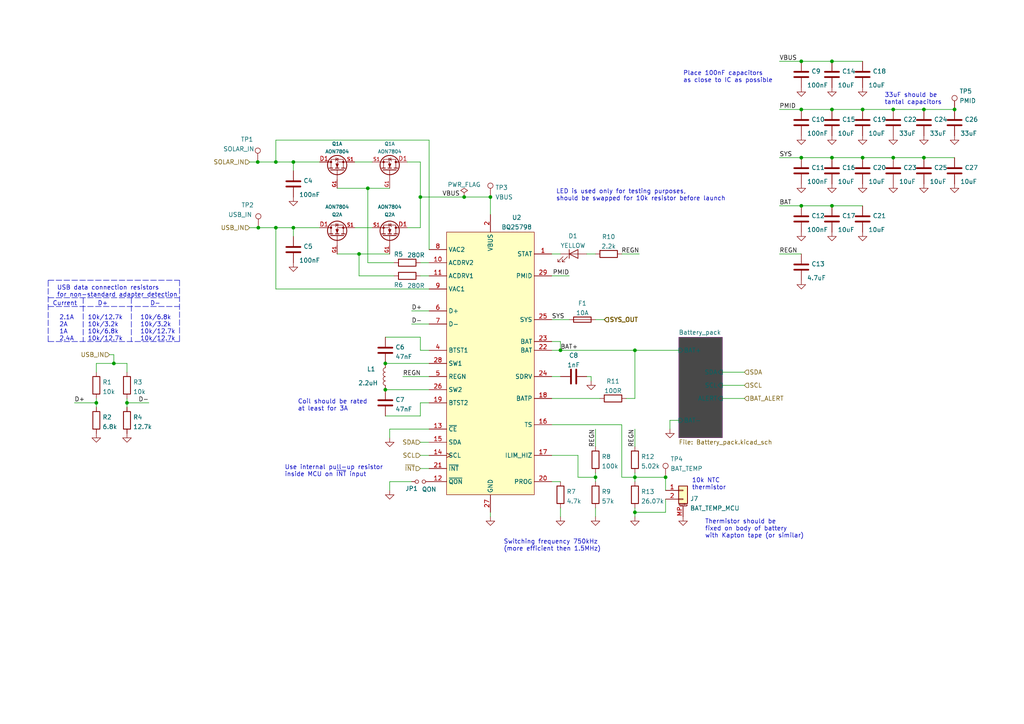
<source format=kicad_sch>
(kicad_sch (version 20210621) (generator eeschema)
  (paper "A4")
  (title_block (title "BUTCube - EPS") (date "2021-06-01") (rev "v1.0") (company "VUT - FIT(STRaDe) & FME(IAE & IPE)") (comment 1 "Author: Petr Malaník"))
  (lib_symbols
    (symbol "Connector:TestPoint" (pin_numbers hide) (pin_names (offset 0.762) hide)
      (property "Reference" "TP" (at 0 6.858 0))
      (property "Value" "TestPoint" (at 0 5.08 0))
      (symbol "TestPoint_0_1"
        (circle (center 0 3.302) (radius 0.762))
      )
      (symbol "TestPoint_1_1"
        (pin passive line (at 0 0 90) (length 2.54) (name "1") (number "1"))
      )
    )
    (symbol "Connector_Generic_MountingPin:Conn_01x02_MountingPin" (pin_names (offset 1.016) hide)
      (property "Reference" "J" (at 0 2.54 0))
      (property "Value" "Conn_01x02_MountingPin" (at 1.27 -5.08 0))
      (symbol "Conn_01x02_MountingPin_1_1"
        (text "Mounting" (at 0 -4.191 0) (effects (font (size 0.381 0.381))))
        (rectangle (start -1.27 -2.413) (end 0 -2.667) (stroke (width 0.1524)))
        (rectangle (start -1.27 0.127) (end 0 -0.127) (stroke (width 0.1524)))
        (rectangle (start -1.27 1.27) (end 1.27 -3.81) (stroke (width 0.254)) (fill (type background)))
        (polyline (pts (xy -1.016 -4.572) (xy 1.016 -4.572)) (stroke (width 0.1524)))
        (pin passive line (at -5.08 0 0) (length 3.81) (name "Pin_1") (number "1"))
        (pin passive line (at -5.08 -2.54 0) (length 3.81) (name "Pin_2") (number "2"))
        (pin passive line (at 0 -7.62 90) (length 3.048) (name "MountPin") (number "MP"))
      )
    )
    (symbol "Device:C" (pin_numbers hide) (pin_names (offset 0.254))
      (property "Reference" "C" (at 0.635 2.54 0))
      (property "Value" "C" (at 0.635 -2.54 0))
      (symbol "C_0_1"
        (polyline (pts (xy -2.032 -0.762) (xy 2.032 -0.762)) (stroke (width 0.508)))
        (polyline (pts (xy -2.032 0.762) (xy 2.032 0.762)) (stroke (width 0.508)))
      )
      (symbol "C_1_1"
        (pin passive line (at 0 3.81 270) (length 2.794) (name "~") (number "1"))
        (pin passive line (at 0 -3.81 90) (length 2.794) (name "~") (number "2"))
      )
    )
    (symbol "Device:Fuse" (pin_numbers hide) (pin_names (offset 0))
      (property "Reference" "F" (at 2.032 0 90))
      (property "Value" "Fuse" (at -1.905 0 90))
      (symbol "Fuse_0_1"
        (rectangle (start -0.762 -2.54) (end 0.762 2.54) (stroke (width 0.254)))
        (polyline (pts (xy 0 2.54) (xy 0 -2.54)))
      )
      (symbol "Fuse_1_1"
        (pin passive line (at 0 3.81 270) (length 1.27) (name "~") (number "1"))
        (pin passive line (at 0 -3.81 90) (length 1.27) (name "~") (number "2"))
      )
    )
    (symbol "Device:Jumper_NO_Small" (pin_numbers hide) (pin_names (offset 0.762) hide)
      (property "Reference" "JP" (at 0 2.032 0))
      (property "Value" "Jumper_NO_Small" (at 0.254 -1.524 0))
      (symbol "Jumper_NO_Small_0_1"
        (circle (center -1.016 0) (radius 0.508))
        (circle (center 1.016 0) (radius 0.508))
        (pin passive line (at -2.54 0 0) (length 1.016) (name "1") (number "1"))
        (pin passive line (at 2.54 0 180) (length 1.016) (name "2") (number "2"))
      )
    )
    (symbol "Device:L" (pin_numbers hide) (pin_names (offset 1.016) hide)
      (property "Reference" "L" (at -1.27 0 90))
      (property "Value" "L" (at 1.905 0 90))
      (symbol "L_0_1"
        (arc (start 0 -2.54) (end 0 -1.27) (radius (at 0 -1.905) (length 0.635) (angles -89.9 89.9)))
        (arc (start 0 -1.27) (end 0 0) (radius (at 0 -0.635) (length 0.635) (angles -89.9 89.9)))
        (arc (start 0 0) (end 0 1.27) (radius (at 0 0.635) (length 0.635) (angles -89.9 89.9)))
        (arc (start 0 1.27) (end 0 2.54) (radius (at 0 1.905) (length 0.635) (angles -89.9 89.9)))
      )
      (symbol "L_1_1"
        (pin passive line (at 0 3.81 270) (length 1.27) (name "1") (number "1"))
        (pin passive line (at 0 -3.81 90) (length 1.27) (name "2") (number "2"))
      )
    )
    (symbol "Device:LED" (pin_numbers hide) (pin_names (offset 1.016) hide)
      (property "Reference" "D" (at 0 2.54 0))
      (property "Value" "LED" (at 0 -2.54 0))
      (symbol "LED_0_1"
        (polyline (pts (xy -1.27 -1.27) (xy -1.27 1.27)) (stroke (width 0.2032)))
        (polyline (pts (xy -1.27 0) (xy 1.27 0)))
        (polyline (pts (xy 1.27 -1.27) (xy 1.27 1.27) (xy -1.27 0) (xy 1.27 -1.27)) (stroke (width 0.2032)))
        (polyline (pts (xy -3.048 -0.762) (xy -4.572 -2.286) (xy -3.81 -2.286) (xy -4.572 -2.286) (xy -4.572 -1.524)))
        (polyline (pts (xy -1.778 -0.762) (xy -3.302 -2.286) (xy -2.54 -2.286) (xy -3.302 -2.286) (xy -3.302 -1.524)))
      )
      (symbol "LED_1_1"
        (pin passive line (at -3.81 0 0) (length 2.54) (name "K") (number "1"))
        (pin passive line (at 3.81 0 180) (length 2.54) (name "A") (number "2"))
      )
    )
    (symbol "Device:R" (pin_numbers hide) (pin_names (offset 0))
      (property "Reference" "R" (at 2.032 0 90))
      (property "Value" "R" (at 0 0 90))
      (symbol "R_0_1"
        (rectangle (start -1.016 -2.54) (end 1.016 2.54) (stroke (width 0.254)))
      )
      (symbol "R_1_1"
        (pin passive line (at 0 3.81 270) (length 1.27) (name "~") (number "1"))
        (pin passive line (at 0 -3.81 90) (length 1.27) (name "~") (number "2"))
      )
    )
    (symbol "TCY_battery_management:BQ25798"
      (property "Reference" "U" (at 0 6.35 0))
      (property "Value" "BQ25798" (at 0 10.16 0))
      (symbol "BQ25798_0_1"
        (rectangle (start -12.7 38.1) (end 12.7 -38.1) (stroke (width 0.1524)) (fill (type background)))
      )
      (symbol "BQ25798_1_1"
        (pin output line (at 17.78 31.75 180) (length 5.08) (name "STAT") (number "1"))
        (pin output line (at -17.78 29.21 0) (length 5.08) (name "ACDRV2") (number "10"))
        (pin output line (at -17.78 25.4 0) (length 5.08) (name "ACDRV1") (number "11"))
        (pin input line (at -17.78 -34.29 0) (length 5.08) (name "~{QON}") (number "12"))
        (pin input line (at -17.78 -19.05 0) (length 5.08) (name "~{CE}") (number "13"))
        (pin input clock (at -17.78 -26.67 0) (length 5.08) (name "SCL") (number "14"))
        (pin bidirectional line (at -17.78 -22.86 0) (length 5.08) (name "SDA") (number "15"))
        (pin input line (at 17.78 -17.78 180) (length 5.08) (name "TS") (number "16"))
        (pin input line (at 17.78 -26.67 180) (length 5.08) (name "ILIM_HIZ") (number "17"))
        (pin input line (at 17.78 -10.16 180) (length 5.08) (name "BATP") (number "18"))
        (pin passive line (at -17.78 -11.43 0) (length 5.08) (name "BTST2") (number "19"))
        (pin power_in line (at 0 43.18 270) (length 5.08) (name "VBUS") (number "2"))
        (pin input line (at 17.78 -34.29 180) (length 5.08) (name "PROG") (number "20"))
        (pin output line (at -17.78 -30.48 0) (length 5.08) (name "~{INT}") (number "21"))
        (pin power_in line (at 17.78 3.81 180) (length 5.08) (name "BAT") (number "22"))
        (pin power_in line (at 17.78 6.35 180) (length 5.08) (name "BAT") (number "23"))
        (pin output line (at 17.78 -3.81 180) (length 5.08) (name "SDRV") (number "24"))
        (pin power_out line (at 17.78 12.7 180) (length 5.08) (name "SYS") (number "25"))
        (pin passive line (at -17.78 -7.62 0) (length 5.08) (name "SW2") (number "26"))
        (pin passive line (at 0 -43.18 90) (length 5.08) (name "GND") (number "27"))
        (pin passive line (at -17.78 0 0) (length 5.08) (name "SW1") (number "28"))
        (pin power_out line (at 17.78 25.4 180) (length 5.08) (name "PMID") (number "29"))
        (pin power_in line (at 0 43.18 270) (length 5.08) hide (name "VBUS") (number "3"))
        (pin passive line (at -17.78 3.81 0) (length 5.08) (name "BTST1") (number "4"))
        (pin passive line (at -17.78 -3.81 0) (length 5.08) (name "REGN") (number "5"))
        (pin bidirectional line (at -17.78 15.24 0) (length 5.08) (name "D+") (number "6"))
        (pin bidirectional line (at -17.78 11.43 0) (length 5.08) (name "D-") (number "7"))
        (pin power_in line (at -17.78 33.02 0) (length 5.08) (name "VAC2") (number "8"))
        (pin power_in line (at -17.78 21.59 0) (length 5.08) (name "VAC1") (number "9"))
      )
    )
    (symbol "TCY_transistors:AON7804" (pin_names hide)
      (property "Reference" "Q" (at 7.62 1.27 0))
      (property "Value" "AON7804" (at 7.62 -1.27 0))
      (symbol "AON7804_0_1"
        (circle (center 1.651 0) (radius 2.794) (stroke (width 0.254)))
        (circle (center 2.54 -1.778) (radius 0.254) (fill (type outline)))
        (circle (center 2.54 1.778) (radius 0.254) (fill (type outline)))
        (polyline (pts (xy 0.254 0) (xy -2.54 0)))
        (polyline (pts (xy 0.254 1.905) (xy 0.254 -1.905)) (stroke (width 0.254)))
        (polyline (pts (xy 0.762 -1.27) (xy 0.762 -2.286)) (stroke (width 0.254)))
        (polyline (pts (xy 0.762 0.508) (xy 0.762 -0.508)) (stroke (width 0.254)))
        (polyline (pts (xy 0.762 2.286) (xy 0.762 1.27)) (stroke (width 0.254)))
        (polyline (pts (xy 2.54 2.54) (xy 2.54 1.778)))
        (polyline (pts (xy 2.54 2.54) (xy 2.54 1.778)))
        (polyline (pts (xy 2.54 -2.54) (xy 2.54 0) (xy 0.762 0)))
        (polyline (pts (xy 0.762 -1.778) (xy 3.302 -1.778) (xy 3.302 1.778) (xy 0.762 1.778)))
        (polyline (pts (xy 2.794 0.508) (xy 2.921 0.381) (xy 3.683 0.381) (xy 3.81 0.254)))
        (polyline (pts (xy 3.302 0.381) (xy 2.921 -0.254) (xy 3.683 -0.254) (xy 3.302 0.381)))
        (polyline (pts (xy 1.016 0) (xy 2.032 0.381) (xy 2.032 -0.381) (xy 1.016 0)) (fill (type outline)))
      )
      (symbol "AON7804_1_1"
        (pin passive line (at 2.54 5.08 270) (length 2.54) (name "D2") (number "D1"))
        (pin passive line (at 2.54 5.08 270) (length 2.54) hide (name "D2") (number "D1"))
        (pin passive line (at -5.08 0 0) (length 2.54) (name "G1") (number "G1"))
        (pin passive line (at 2.54 -5.08 90) (length 2.54) (name "S") (number "S1"))
      )
      (symbol "AON7804_2_1"
        (pin passive line (at 2.54 5.08 270) (length 2.54) (name "D2") (number "D2"))
        (pin passive line (at 2.54 5.08 270) (length 2.54) hide (name "D2") (number "D2"))
        (pin passive line (at -5.08 0 0) (length 2.54) (name "G2") (number "G2"))
        (pin passive line (at 2.54 -5.08 90) (length 2.54) (name "S2") (number "S2"))
      )
    )
    (symbol "power:GND" (power) (pin_names (offset 0))
      (property "Value" "GND" (at 0 -3.81 0))
      (symbol "GND_0_1"
        (polyline (pts (xy 0 0) (xy 0 -1.27) (xy 1.27 -1.27) (xy 0 -2.54) (xy -1.27 -1.27) (xy 0 -1.27)))
      )
      (symbol "GND_1_1"
        (pin power_in line (at 0 0 270) (length 0) hide (name "GND") (number "1"))
      )
    )
    (symbol "power:PWR_FLAG" (power) (pin_numbers hide) (pin_names (offset 0) hide)
      (property "Value" "PWR_FLAG" (at 0 3.81 0))
      (symbol "PWR_FLAG_0_0"
        (pin power_out line (at 0 0 90) (length 0) (name "pwr") (number "1"))
      )
      (symbol "PWR_FLAG_0_1"
        (polyline (pts (xy 0 0) (xy 0 1.27) (xy -1.016 1.905) (xy 0 2.54) (xy 1.016 1.905) (xy 0 1.27)))
      )
    )
  )
  (junction (at 27.94 116.84) (diameter 0.9144))
  (junction (at 33.02 105.41) (diameter 0.9144))
  (junction (at 36.83 116.84) (diameter 0.9144))
  (junction (at 74.7583 46.99) (diameter 0.9144))
  (junction (at 74.93 66.04) (diameter 0.9144))
  (junction (at 80.01 46.99) (diameter 0.9144))
  (junction (at 80.01 66.04) (diameter 0.9144))
  (junction (at 85.09 46.99) (diameter 0.9144))
  (junction (at 85.09 66.04) (diameter 0.9144))
  (junction (at 104.14 73.66) (diameter 0.9144))
  (junction (at 106.68 54.61) (diameter 0.9144))
  (junction (at 111.76 105.41) (diameter 0.9144))
  (junction (at 111.76 113.03) (diameter 0.9144))
  (junction (at 121.92 57.15) (diameter 0.9144))
  (junction (at 134.62 57.15) (diameter 0.9144))
  (junction (at 142.24 57.15) (diameter 0.9144))
  (junction (at 162.56 101.6) (diameter 0.9144))
  (junction (at 172.72 138.43) (diameter 0.9144))
  (junction (at 184.15 101.6) (diameter 0.9144))
  (junction (at 184.15 138.43) (diameter 0.9144))
  (junction (at 184.15 148.59) (diameter 0.9144))
  (junction (at 193.04 138.43) (diameter 0.9144))
  (junction (at 232.41 17.78) (diameter 0.9144))
  (junction (at 232.41 31.75) (diameter 0.9144))
  (junction (at 232.41 45.72) (diameter 0.9144))
  (junction (at 232.41 59.69) (diameter 0.9144))
  (junction (at 241.3 17.78) (diameter 0.9144))
  (junction (at 241.3 31.75) (diameter 0.9144))
  (junction (at 241.3 45.72) (diameter 0.9144))
  (junction (at 241.3 59.69) (diameter 0.9144))
  (junction (at 250.19 31.75) (diameter 0.9144))
  (junction (at 250.19 45.72) (diameter 0.9144))
  (junction (at 259.08 31.75) (diameter 0.9144))
  (junction (at 259.08 45.72) (diameter 0.9144))
  (junction (at 267.97 31.75) (diameter 0.9144))
  (junction (at 267.97 45.72) (diameter 0.9144))
  (junction (at 276.86 31.75) (diameter 0.9144))
  (wire (pts (xy 21.59 116.84) (xy 27.94 116.84)))
  (wire (pts (xy 27.94 105.41) (xy 27.94 107.95)))
  (wire (pts (xy 27.94 115.57) (xy 27.94 116.84)))
  (wire (pts (xy 27.94 116.84) (xy 27.94 118.11)))
  (wire (pts (xy 31.75 102.87) (xy 33.02 102.87)))
  (wire (pts (xy 33.02 102.87) (xy 33.02 105.41)))
  (wire (pts (xy 33.02 105.41) (xy 27.94 105.41)))
  (wire (pts (xy 33.02 105.41) (xy 36.83 105.41)))
  (wire (pts (xy 36.83 105.41) (xy 36.83 107.95)))
  (wire (pts (xy 36.83 115.57) (xy 36.83 116.84)))
  (wire (pts (xy 36.83 116.84) (xy 36.83 118.11)))
  (wire (pts (xy 36.83 116.84) (xy 43.18 116.84)))
  (wire (pts (xy 72.39 46.99) (xy 74.7583 46.99)))
  (wire (pts (xy 72.39 66.04) (xy 74.93 66.04)))
  (wire (pts (xy 74.7583 46.99) (xy 80.01 46.99)))
  (wire (pts (xy 74.93 66.04) (xy 80.01 66.04)))
  (wire (pts (xy 80.01 40.64) (xy 80.01 46.99)))
  (wire (pts (xy 80.01 40.64) (xy 124.46 40.64)))
  (wire (pts (xy 80.01 46.99) (xy 85.09 46.99)))
  (wire (pts (xy 80.01 66.04) (xy 80.01 83.82)))
  (wire (pts (xy 80.01 66.04) (xy 85.09 66.04)))
  (wire (pts (xy 85.09 46.99) (xy 85.09 49.53)))
  (wire (pts (xy 85.09 46.99) (xy 92.71 46.99)))
  (wire (pts (xy 85.09 66.04) (xy 85.09 68.58)))
  (wire (pts (xy 85.09 66.04) (xy 92.71 66.04)))
  (wire (pts (xy 97.79 54.61) (xy 106.68 54.61)))
  (wire (pts (xy 97.79 73.66) (xy 104.14 73.66)))
  (wire (pts (xy 102.87 46.99) (xy 107.95 46.99)))
  (wire (pts (xy 102.87 66.04) (xy 107.95 66.04)))
  (wire (pts (xy 104.14 73.66) (xy 104.14 80.01)))
  (wire (pts (xy 104.14 73.66) (xy 113.03 73.66)))
  (wire (pts (xy 104.14 80.01) (xy 114.3 80.01)))
  (wire (pts (xy 106.68 54.61) (xy 106.68 76.2)))
  (wire (pts (xy 106.68 54.61) (xy 113.03 54.61)))
  (wire (pts (xy 106.68 76.2) (xy 114.3 76.2)))
  (wire (pts (xy 111.76 97.79) (xy 121.92 97.79)))
  (wire (pts (xy 111.76 105.41) (xy 124.46 105.41)))
  (wire (pts (xy 111.76 113.03) (xy 124.46 113.03)))
  (wire (pts (xy 111.76 120.65) (xy 121.92 120.65)))
  (wire (pts (xy 113.03 124.46) (xy 113.03 127)))
  (wire (pts (xy 113.03 139.7) (xy 113.03 142.24)))
  (wire (pts (xy 116.84 109.22) (xy 124.46 109.22)))
  (wire (pts (xy 118.11 46.99) (xy 121.92 46.99)))
  (wire (pts (xy 118.11 66.04) (xy 121.92 66.04)))
  (wire (pts (xy 119.38 90.17) (xy 124.46 90.17)))
  (wire (pts (xy 119.38 93.98) (xy 124.46 93.98)))
  (wire (pts (xy 119.38 139.7) (xy 113.03 139.7)))
  (wire (pts (xy 121.92 46.99) (xy 121.92 57.15)))
  (wire (pts (xy 121.92 57.15) (xy 134.62 57.15)))
  (wire (pts (xy 121.92 66.04) (xy 121.92 57.15)))
  (wire (pts (xy 121.92 76.2) (xy 124.46 76.2)))
  (wire (pts (xy 121.92 80.01) (xy 124.46 80.01)))
  (wire (pts (xy 121.92 101.6) (xy 121.92 97.79)))
  (wire (pts (xy 121.92 116.84) (xy 121.92 120.65)))
  (wire (pts (xy 121.92 128.27) (xy 124.46 128.27)))
  (wire (pts (xy 121.92 132.08) (xy 124.46 132.08)))
  (wire (pts (xy 121.92 135.89) (xy 124.46 135.89)))
  (wire (pts (xy 124.46 40.64) (xy 124.46 72.39)))
  (wire (pts (xy 124.46 83.82) (xy 80.01 83.82)))
  (wire (pts (xy 124.46 101.6) (xy 121.92 101.6)))
  (wire (pts (xy 124.46 116.84) (xy 121.92 116.84)))
  (wire (pts (xy 124.46 124.46) (xy 113.03 124.46)))
  (wire (pts (xy 134.62 57.15) (xy 142.24 57.15)))
  (wire (pts (xy 142.24 57.15) (xy 142.24 62.23)))
  (wire (pts (xy 142.24 148.59) (xy 142.24 149.86)))
  (wire (pts (xy 160.02 73.66) (xy 162.56 73.66)))
  (wire (pts (xy 160.02 80.01) (xy 165.1 80.01)))
  (wire (pts (xy 160.02 92.71) (xy 165.1 92.71)))
  (wire (pts (xy 160.02 99.06) (xy 162.56 99.06)))
  (wire (pts (xy 160.02 101.6) (xy 162.56 101.6)))
  (wire (pts (xy 160.02 109.22) (xy 162.56 109.22)))
  (wire (pts (xy 160.02 115.57) (xy 173.99 115.57)))
  (wire (pts (xy 160.02 123.19) (xy 180.34 123.19)))
  (wire (pts (xy 160.02 139.7) (xy 162.56 139.7)))
  (wire (pts (xy 162.56 99.06) (xy 162.56 101.6)))
  (wire (pts (xy 162.56 101.6) (xy 184.15 101.6)))
  (wire (pts (xy 162.56 147.32) (xy 162.56 149.86)))
  (wire (pts (xy 167.64 132.08) (xy 160.02 132.08)))
  (wire (pts (xy 167.64 138.43) (xy 167.64 132.08)))
  (wire (pts (xy 167.64 138.43) (xy 172.72 138.43)))
  (wire (pts (xy 170.18 73.66) (xy 172.72 73.66)))
  (wire (pts (xy 170.18 109.22) (xy 171.45 109.22)))
  (wire (pts (xy 171.45 109.22) (xy 171.45 110.49)))
  (wire (pts (xy 172.72 92.71) (xy 175.26 92.71)))
  (wire (pts (xy 172.72 124.46) (xy 172.72 129.54)))
  (wire (pts (xy 172.72 137.16) (xy 172.72 138.43)))
  (wire (pts (xy 172.72 138.43) (xy 172.72 139.7)))
  (wire (pts (xy 172.72 147.32) (xy 172.72 149.86)))
  (wire (pts (xy 180.34 73.66) (xy 185.42 73.66)))
  (wire (pts (xy 180.34 138.43) (xy 180.34 123.19)))
  (wire (pts (xy 181.61 115.57) (xy 184.15 115.57)))
  (wire (pts (xy 184.15 101.6) (xy 196.85 101.6)))
  (wire (pts (xy 184.15 115.57) (xy 184.15 101.6)))
  (wire (pts (xy 184.15 124.46) (xy 184.15 129.54)))
  (wire (pts (xy 184.15 137.16) (xy 184.15 138.43)))
  (wire (pts (xy 184.15 138.43) (xy 180.34 138.43)))
  (wire (pts (xy 184.15 138.43) (xy 184.15 139.7)))
  (wire (pts (xy 184.15 138.43) (xy 193.04 138.43)))
  (wire (pts (xy 184.15 147.32) (xy 184.15 148.59)))
  (wire (pts (xy 184.15 148.59) (xy 184.15 149.86)))
  (wire (pts (xy 184.15 148.59) (xy 193.04 148.59)))
  (wire (pts (xy 193.04 142.24) (xy 193.04 138.43)))
  (wire (pts (xy 193.04 144.78) (xy 193.04 148.59)))
  (wire (pts (xy 194.31 121.92) (xy 194.31 124.46)))
  (wire (pts (xy 196.85 121.92) (xy 194.31 121.92)))
  (wire (pts (xy 209.55 107.95) (xy 215.9 107.95)))
  (wire (pts (xy 209.55 111.76) (xy 215.9 111.76)))
  (wire (pts (xy 209.55 115.57) (xy 215.9 115.57)))
  (wire (pts (xy 226.06 17.78) (xy 232.41 17.78)))
  (wire (pts (xy 226.06 31.75) (xy 232.41 31.75)))
  (wire (pts (xy 226.06 45.72) (xy 232.41 45.72)))
  (wire (pts (xy 226.06 59.69) (xy 232.41 59.69)))
  (wire (pts (xy 226.06 73.66) (xy 232.41 73.66)))
  (wire (pts (xy 232.41 17.78) (xy 241.3 17.78)))
  (wire (pts (xy 232.41 31.75) (xy 241.3 31.75)))
  (wire (pts (xy 232.41 45.72) (xy 241.3 45.72)))
  (wire (pts (xy 232.41 59.69) (xy 241.3 59.69)))
  (wire (pts (xy 241.3 17.78) (xy 250.19 17.78)))
  (wire (pts (xy 241.3 31.75) (xy 250.19 31.75)))
  (wire (pts (xy 241.3 45.72) (xy 250.19 45.72)))
  (wire (pts (xy 241.3 59.69) (xy 250.19 59.69)))
  (wire (pts (xy 250.19 31.75) (xy 259.08 31.75)))
  (wire (pts (xy 250.19 45.72) (xy 259.08 45.72)))
  (wire (pts (xy 259.08 31.75) (xy 267.97 31.75)))
  (wire (pts (xy 259.08 45.72) (xy 267.97 45.72)))
  (wire (pts (xy 267.97 31.75) (xy 276.86 31.75)))
  (wire (pts (xy 267.97 45.72) (xy 276.86 45.72)))
  (polyline (pts (xy 13.97 81.28) (xy 52.07 81.28)) (stroke (width 0) (type dash)))
  (polyline (pts (xy 13.97 86.36) (xy 52.07 86.36)) (stroke (width 0) (type dash)))
  (polyline (pts (xy 13.97 88.9) (xy 52.07 88.9)) (stroke (width 0) (type dash)))
  (polyline (pts (xy 13.97 99.06) (xy 13.97 81.28)) (stroke (width 0) (type dash)))
  (polyline (pts (xy 13.97 99.06) (xy 52.07 99.06)) (stroke (width 0) (type dash)))
  (polyline (pts (xy 24.13 86.36) (xy 24.13 99.06)) (stroke (width 0) (type dash)))
  (polyline (pts (xy 38.1 86.36) (xy 38.1 99.06)) (stroke (width 0) (type dash)))
  (polyline (pts (xy 52.07 81.28) (xy 52.07 99.06)) (stroke (width 0) (type dash)))
  (text "Current\n\n  2.1A\n  2A\n  1A\n  2.4A" (at 15.24 99.06 0) (effects (font (size 1.27 1.27)) (justify left bottom)))
  (text "USB data connection resistors\nfor non-standard adapter detection" (at 16.51 86.36 0) (effects (font (size 1.27 1.27)) (justify left bottom)))
  (text "   D+\n\n10k/12.7k\n10k/3.2k\n10k/6.8k\n10k/12.7k" (at 25.4 99.06 0) (effects (font (size 1.27 1.27)) (justify left bottom)))
  (text "   D-\n\n10k/6.8k\n10k/3.2k\n10k/12.7k\n10k/12.7k" (at 40.64 99.06 0) (effects (font (size 1.27 1.27)) (justify left bottom)))
  (text "Use internal pull-up resistor\ninside MCU on ~{INT} input" (at 82.55 138.43 0) (effects (font (size 1.27 1.27)) (justify left bottom)))
  (text "Coil should be rated\nat least for 3A" (at 86.36 119.38 0) (effects (font (size 1.27 1.27)) (justify left bottom)))
  (text "Switching frequency 750kHz\n(more efficient then 1.5MHz)" (at 146.05 160.02 0) (effects (font (size 1.27 1.27)) (justify left bottom)))
  (text "LED is used only for testing purposes,\nshould be swapped for 10k resistor before launch" (at 161.29 58.42 0) (effects (font (size 1.27 1.27)) (justify left bottom)))
  (text "Place 100nF capacitors\nas close to IC as possible" (at 198.12 24.13 0) (effects (font (size 1.27 1.27)) (justify left bottom)))
  (text "10k NTC\nthermistor" (at 200.66 142.24 0) (effects (font (size 1.27 1.27)) (justify left bottom)))
  (text "Thermistor should be\nfixed on body of battery\nwith Kapton tape (or similar)" (at 204.47 156.21 0) (effects (font (size 1.27 1.27)) (justify left bottom)))
  (text "33uF should be\ntantal capacitors" (at 256.54 30.48 0) (effects (font (size 1.27 1.27)) (justify left bottom)))
  (label "D+" (at 21.59 116.84 0))
  (label "D-" (at 43.18 116.84 180))
  (label "REGN" (at 116.84 109.22 0))
  (label "D+" (at 119.38 90.17 0))
  (label "D-" (at 119.38 93.98 0))
  (label "VBUS" (at 128.27 57.15 0))
  (label "SYS" (at 160.02 92.71 0))
  (label "BAT+" (at 162.56 101.6 0))
  (label "PMID" (at 165.1 80.01 180))
  (label "REGN" (at 172.72 124.46 270))
  (label "REGN" (at 184.15 124.46 270))
  (label "REGN" (at 185.42 73.66 180))
  (label "VBUS" (at 226.06 17.78 0))
  (label "PMID" (at 226.06 31.75 0))
  (label "SYS" (at 226.06 45.72 0))
  (label "BAT" (at 226.06 59.69 0))
  (label "REGN" (at 226.06 73.66 0))
  (hierarchical_label "USB_IN" (shape input) (at 31.75 102.87 180))
  (hierarchical_label "SOLAR_IN" (shape input) (at 72.39 46.99 180))
  (hierarchical_label "USB_IN" (shape input) (at 72.39 66.04 180))
  (hierarchical_label "SDA" (shape input) (at 121.92 128.27 180))
  (hierarchical_label "SCL" (shape input) (at 121.92 132.08 180))
  (hierarchical_label "~{INT}" (shape input) (at 121.92 135.89 180))
  (hierarchical_label "SYS_OUT" (shape input) (at 175.26 92.71 0) (effects (font (thickness 0.254))))
  (hierarchical_label "SDA" (shape input) (at 215.9 107.95 0))
  (hierarchical_label "SCL" (shape input) (at 215.9 111.76 0))
  (hierarchical_label "BAT_ALERT" (shape input) (at 215.9 115.57 0))
  (symbol (lib_id "power:PWR_FLAG") (at 134.62 57.15 0)
    (property "Reference" "#FLG02" (effects hide))
    (property "Value" "PWR_FLAG" (at 134.62 53.5454 0))
  )
  (symbol (lib_id "Device:Jumper_NO_Small") (at 121.92 139.7 0)
    (property "Reference" "JP1" (at 119.38 141.7024 0))
    (property "Value" "QON" (at 124.46 141.9375 0))
    (property "Footprint" "Jumper:SolderJumper-2_P1.3mm_Open_RoundedPad1.0x1.5mm" (effects hide))
  )
  (symbol (lib_id "Connector:TestPoint") (at 74.7583 46.99 0)
    (property "Reference" "TP1" (at 69.8054 40.43 0) (effects (justify left)))
    (property "Value" "SOLAR_IN" (at 64.7254 43.2051 0) (effects (justify left)))
    (property "Footprint" "TCY_connectors:TestPoint_Pad_D0.5mm" (effects hide))
  )
  (symbol (lib_id "Connector:TestPoint") (at 74.93 66.04 0)
    (property "Reference" "TP2" (at 69.9771 59.48 0) (effects (justify left)))
    (property "Value" "USB_IN" (at 66.1671 62.2551 0) (effects (justify left)))
    (property "Footprint" "TCY_connectors:TestPoint_Pad_D0.5mm" (effects hide))
  )
  (symbol (lib_id "Connector:TestPoint") (at 142.24 57.15 0)
    (property "Reference" "TP3" (at 143.6371 54.4 0) (effects (justify left)))
    (property "Value" "VBUS" (at 143.6371 57.1751 0) (effects (justify left)))
    (property "Footprint" "TCY_connectors:TestPoint_Pad_D0.5mm" (effects hide))
  )
  (symbol (lib_id "Connector:TestPoint") (at 193.04 138.43 0)
    (property "Reference" "TP4" (at 194.4371 133.14 0) (effects (justify left)))
    (property "Value" "BAT_TEMP" (at 194.4371 135.9151 0) (effects (justify left)))
    (property "Footprint" "TCY_connectors:TestPoint_Pad_D0.5mm" (effects hide))
  )
  (symbol (lib_id "Connector:TestPoint") (at 276.86 31.75 0)
    (property "Reference" "TP5" (at 278.2571 26.46 0) (effects (justify left)))
    (property "Value" "PMID" (at 278.2571 29.2351 0) (effects (justify left)))
    (property "Footprint" "TCY_connectors:TestPoint_Pad_D0.5mm" (effects hide))
  )
  (symbol (lib_id "power:GND") (at 27.94 125.73 0)
    (property "Reference" "#PWR021" (effects hide))
    (property "Value" "GND" (effects hide))
  )
  (symbol (lib_id "power:GND") (at 36.83 125.73 0)
    (property "Reference" "#PWR022" (effects hide))
    (property "Value" "GND" (effects hide))
  )
  (symbol (lib_id "power:GND") (at 85.09 57.15 0)
    (property "Reference" "#PWR023" (effects hide))
    (property "Value" "GND" (effects hide))
  )
  (symbol (lib_id "power:GND") (at 85.09 76.2 0)
    (property "Reference" "#PWR024" (effects hide))
    (property "Value" "GND" (effects hide))
  )
  (symbol (lib_id "power:GND") (at 113.03 127 0)
    (property "Reference" "#PWR025" (effects hide))
    (property "Value" "GND" (effects hide))
  )
  (symbol (lib_id "power:GND") (at 113.03 142.24 0)
    (property "Reference" "#PWR026" (effects hide))
    (property "Value" "GND" (effects hide))
  )
  (symbol (lib_id "power:GND") (at 142.24 149.86 0)
    (property "Reference" "#PWR027" (effects hide))
    (property "Value" "GND" (effects hide))
  )
  (symbol (lib_id "power:GND") (at 162.56 149.86 0)
    (property "Reference" "#PWR028" (effects hide))
    (property "Value" "GND" (effects hide))
  )
  (symbol (lib_id "power:GND") (at 171.45 110.49 0)
    (property "Reference" "#PWR029" (effects hide))
    (property "Value" "GND" (effects hide))
  )
  (symbol (lib_id "power:GND") (at 172.72 149.86 0)
    (property "Reference" "#PWR030" (effects hide))
    (property "Value" "GND" (effects hide))
  )
  (symbol (lib_id "power:GND") (at 184.15 149.86 0)
    (property "Reference" "#PWR031" (effects hide))
    (property "Value" "GND" (effects hide))
  )
  (symbol (lib_id "power:GND") (at 194.31 124.46 0)
    (property "Reference" "#PWR032" (effects hide))
    (property "Value" "GND" (effects hide))
  )
  (symbol (lib_id "power:GND") (at 198.12 149.86 0)
    (property "Reference" "#PWR033" (effects hide))
    (property "Value" "GND" (effects hide))
  )
  (symbol (lib_id "power:GND") (at 232.41 25.4 0)
    (property "Reference" "#PWR034" (effects hide))
    (property "Value" "GND" (effects hide))
  )
  (symbol (lib_id "power:GND") (at 232.41 39.37 0)
    (property "Reference" "#PWR035" (effects hide))
    (property "Value" "GND" (effects hide))
  )
  (symbol (lib_id "power:GND") (at 232.41 53.34 0)
    (property "Reference" "#PWR036" (effects hide))
    (property "Value" "GND" (effects hide))
  )
  (symbol (lib_id "power:GND") (at 232.41 67.31 0)
    (property "Reference" "#PWR037" (effects hide))
    (property "Value" "GND" (effects hide))
  )
  (symbol (lib_id "power:GND") (at 232.41 81.28 0)
    (property "Reference" "#PWR038" (effects hide))
    (property "Value" "GND" (effects hide))
  )
  (symbol (lib_id "power:GND") (at 241.3 25.4 0)
    (property "Reference" "#PWR039" (effects hide))
    (property "Value" "GND" (effects hide))
  )
  (symbol (lib_id "power:GND") (at 241.3 39.37 0)
    (property "Reference" "#PWR040" (effects hide))
    (property "Value" "GND" (effects hide))
  )
  (symbol (lib_id "power:GND") (at 241.3 53.34 0)
    (property "Reference" "#PWR041" (effects hide))
    (property "Value" "GND" (effects hide))
  )
  (symbol (lib_id "power:GND") (at 241.3 67.31 0)
    (property "Reference" "#PWR042" (effects hide))
    (property "Value" "GND" (effects hide))
  )
  (symbol (lib_id "power:GND") (at 250.19 25.4 0)
    (property "Reference" "#PWR043" (effects hide))
    (property "Value" "GND" (effects hide))
  )
  (symbol (lib_id "power:GND") (at 250.19 39.37 0)
    (property "Reference" "#PWR044" (effects hide))
    (property "Value" "GND" (effects hide))
  )
  (symbol (lib_id "power:GND") (at 250.19 53.34 0)
    (property "Reference" "#PWR045" (effects hide))
    (property "Value" "GND" (effects hide))
  )
  (symbol (lib_id "power:GND") (at 250.19 67.31 0)
    (property "Reference" "#PWR046" (effects hide))
    (property "Value" "GND" (effects hide))
  )
  (symbol (lib_id "power:GND") (at 259.08 39.37 0)
    (property "Reference" "#PWR047" (effects hide))
    (property "Value" "GND" (effects hide))
  )
  (symbol (lib_id "power:GND") (at 259.08 53.34 0)
    (property "Reference" "#PWR048" (effects hide))
    (property "Value" "GND" (effects hide))
  )
  (symbol (lib_id "power:GND") (at 267.97 39.37 0)
    (property "Reference" "#PWR049" (effects hide))
    (property "Value" "GND" (effects hide))
  )
  (symbol (lib_id "power:GND") (at 267.97 53.34 0)
    (property "Reference" "#PWR050" (effects hide))
    (property "Value" "GND" (effects hide))
  )
  (symbol (lib_id "power:GND") (at 276.86 39.37 0)
    (property "Reference" "#PWR051" (effects hide))
    (property "Value" "GND" (effects hide))
  )
  (symbol (lib_id "power:GND") (at 276.86 53.34 0)
    (property "Reference" "#PWR052" (effects hide))
    (property "Value" "GND" (effects hide))
  )
  (symbol (lib_id "Device:L") (at 111.76 109.22 180)
    (property "Reference" "L1" (at 106.4261 107.0415 0) (effects (justify right)))
    (property "Value" "2.2uH" (at 103.8861 111.0866 0) (effects (justify right)))
    (property "Footprint" "Inductor_SMD:L_Taiyo-Yuden_MD-5050" (effects hide))
  )
  (symbol (lib_id "Device:Fuse") (at 168.91 92.71 90)
    (property "Reference" "F1" (at 168.91 87.9814 90))
    (property "Value" "10A" (at 168.91 90.7565 90))
    (property "Footprint" "Fuse:Fuse_1206_3216Metric" (effects hide))
  )
  (symbol (lib_id "Device:R") (at 27.94 111.76 0)
    (property "Reference" "R1" (at 29.7181 110.8515 0) (effects (justify left)))
    (property "Value" "10k" (at 29.7181 113.6266 0) (effects (justify left)))
    (property "Footprint" "Resistor_SMD:R_0603_1608Metric" (effects hide))
  )
  (symbol (lib_id "Device:R") (at 27.94 121.92 0)
    (property "Reference" "R2" (at 29.7181 121.0115 0) (effects (justify left)))
    (property "Value" "6.8k" (at 29.7181 123.7866 0) (effects (justify left)))
    (property "Footprint" "Resistor_SMD:R_0603_1608Metric" (effects hide))
  )
  (symbol (lib_id "Device:R") (at 36.83 111.76 0)
    (property "Reference" "R3" (at 38.6081 110.8515 0) (effects (justify left)))
    (property "Value" "10k" (at 38.6081 113.6266 0) (effects (justify left)))
    (property "Footprint" "Resistor_SMD:R_0603_1608Metric" (effects hide))
  )
  (symbol (lib_id "Device:R") (at 36.83 121.92 0)
    (property "Reference" "R4" (at 38.6081 121.0115 0) (effects (justify left)))
    (property "Value" "12.7k" (at 38.6081 123.7866 0) (effects (justify left)))
    (property "Footprint" "Resistor_SMD:R_0603_1608Metric" (effects hide))
  )
  (symbol (lib_id "Device:R") (at 118.11 76.2 90)
    (property "Reference" "R5" (at 115.57 73.7574 90))
    (property "Value" "280R" (at 120.65 73.9925 90))
    (property "Footprint" "Resistor_SMD:R_0603_1608Metric" (effects hide))
  )
  (symbol (lib_id "Device:R") (at 118.11 80.01 90)
    (property "Reference" "R6" (at 115.57 82.6474 90))
    (property "Value" "280R" (at 120.65 82.8825 90))
    (property "Footprint" "Resistor_SMD:R_0603_1608Metric" (effects hide))
  )
  (symbol (lib_id "Device:R") (at 162.56 143.51 0)
    (property "Reference" "R7" (at 164.3381 142.6015 0) (effects (justify left)))
    (property "Value" "4.7k" (at 164.3381 145.3766 0) (effects (justify left)))
    (property "Footprint" "Resistor_SMD:R_0603_1608Metric" (effects hide))
  )
  (symbol (lib_id "Device:R") (at 172.72 133.35 0)
    (property "Reference" "R8" (at 174.4981 132.4415 0) (effects (justify left)))
    (property "Value" "100k" (at 174.4981 135.2166 0) (effects (justify left)))
    (property "Footprint" "Resistor_SMD:R_0603_1608Metric" (effects hide))
  )
  (symbol (lib_id "Device:R") (at 172.72 143.51 0)
    (property "Reference" "R9" (at 174.4981 142.6015 0) (effects (justify left)))
    (property "Value" "57k" (at 174.4981 145.3766 0) (effects (justify left)))
    (property "Footprint" "Resistor_SMD:R_0603_1608Metric" (effects hide))
  )
  (symbol (lib_id "Device:R") (at 176.53 73.66 90)
    (property "Reference" "R10" (at 176.53 68.6774 90))
    (property "Value" "2.2k" (at 176.53 71.4525 90))
    (property "Footprint" "Resistor_SMD:R_0603_1608Metric" (effects hide))
  )
  (symbol (lib_id "Device:R") (at 177.8 115.57 90)
    (property "Reference" "R11" (at 177.8 110.5874 90))
    (property "Value" "100R" (at 177.8 113.3625 90))
    (property "Footprint" "Resistor_SMD:R_0603_1608Metric" (effects hide))
  )
  (symbol (lib_id "Device:R") (at 184.15 133.35 0)
    (property "Reference" "R12" (at 185.9281 132.4415 0) (effects (justify left)))
    (property "Value" "5.02k" (at 185.9281 135.2166 0) (effects (justify left)))
    (property "Footprint" "Resistor_SMD:R_0603_1608Metric" (effects hide))
  )
  (symbol (lib_id "Device:R") (at 184.15 143.51 0)
    (property "Reference" "R13" (at 185.9281 142.6015 0) (effects (justify left)))
    (property "Value" "26.07k" (at 185.9281 145.3766 0) (effects (justify left)))
    (property "Footprint" "Resistor_SMD:R_0603_1608Metric" (effects hide))
  )
  (symbol (lib_id "Device:LED") (at 166.37 73.66 0)
    (property "Reference" "D1" (at 166.1795 68.4488 0))
    (property "Value" "YELLOW" (at 166.1795 71.2239 0))
    (property "Footprint" "LED_SMD:LED_0603_1608Metric_Castellated" (effects hide))
  )
  (symbol (lib_id "Device:C") (at 85.09 53.34 0)
    (property "Reference" "C4" (at 88.0111 52.4315 0) (effects (justify left)))
    (property "Value" "100nF" (at 86.7411 56.4766 0) (effects (justify left)))
    (property "Footprint" "Capacitor_SMD:C_0603_1608Metric" (effects hide))
  )
  (symbol (lib_id "Device:C") (at 85.09 72.39 0)
    (property "Reference" "C5" (at 88.0111 71.4815 0) (effects (justify left)))
    (property "Value" "100nF" (at 86.7411 75.5266 0) (effects (justify left)))
    (property "Footprint" "Capacitor_SMD:C_0603_1608Metric" (effects hide))
  )
  (symbol (lib_id "Device:C") (at 111.76 101.6 0)
    (property "Reference" "C6" (at 114.6811 100.6915 0) (effects (justify left)))
    (property "Value" "47nF" (at 114.6811 103.4666 0) (effects (justify left)))
    (property "Footprint" "Capacitor_SMD:C_0603_1608Metric" (effects hide))
  )
  (symbol (lib_id "Device:C") (at 111.76 116.84 0)
    (property "Reference" "C7" (at 114.6811 115.9315 0) (effects (justify left)))
    (property "Value" "47nF" (at 114.6811 118.7066 0) (effects (justify left)))
    (property "Footprint" "Capacitor_SMD:C_0603_1608Metric" (effects hide))
  )
  (symbol (lib_id "Device:C") (at 166.37 109.22 90)
    (property "Reference" "C8" (at 166.37 103.0944 90))
    (property "Value" "1nF" (at 166.37 105.8695 90))
    (property "Footprint" "Capacitor_SMD:C_0603_1608Metric" (effects hide))
  )
  (symbol (lib_id "Device:C") (at 232.41 21.59 0)
    (property "Reference" "C9" (at 235.3311 20.6815 0) (effects (justify left)))
    (property "Value" "100nF" (at 234.0611 24.7266 0) (effects (justify left)))
    (property "Footprint" "Capacitor_SMD:C_0603_1608Metric" (effects hide))
  )
  (symbol (lib_id "Device:C") (at 232.41 35.56 0)
    (property "Reference" "C10" (at 235.3311 34.6515 0) (effects (justify left)))
    (property "Value" "100nF" (at 234.0611 38.6966 0) (effects (justify left)))
    (property "Footprint" "Capacitor_SMD:C_0603_1608Metric" (effects hide))
  )
  (symbol (lib_id "Device:C") (at 232.41 49.53 0)
    (property "Reference" "C11" (at 235.3311 48.6215 0) (effects (justify left)))
    (property "Value" "100nF" (at 234.0611 52.6666 0) (effects (justify left)))
    (property "Footprint" "Capacitor_SMD:C_0603_1608Metric" (effects hide))
  )
  (symbol (lib_id "Device:C") (at 232.41 63.5 0)
    (property "Reference" "C12" (at 235.3311 62.5915 0) (effects (justify left)))
    (property "Value" "100nF" (at 234.0611 66.6366 0) (effects (justify left)))
    (property "Footprint" "Capacitor_SMD:C_0603_1608Metric" (effects hide))
  )
  (symbol (lib_id "Device:C") (at 232.41 77.47 0)
    (property "Reference" "C13" (at 235.3311 76.5615 0) (effects (justify left)))
    (property "Value" "4.7uF" (at 234.0611 80.6066 0) (effects (justify left)))
    (property "Footprint" "Capacitor_SMD:C_0603_1608Metric" (effects hide))
  )
  (symbol (lib_id "Device:C") (at 241.3 21.59 0)
    (property "Reference" "C14" (at 244.2211 20.6815 0) (effects (justify left)))
    (property "Value" "10uF" (at 242.9511 24.7266 0) (effects (justify left)))
    (property "Footprint" "Capacitor_SMD:C_0805_2012Metric" (effects hide))
  )
  (symbol (lib_id "Device:C") (at 241.3 35.56 0)
    (property "Reference" "C15" (at 244.2211 34.6515 0) (effects (justify left)))
    (property "Value" "10uF" (at 242.9511 38.6966 0) (effects (justify left)))
    (property "Footprint" "Capacitor_SMD:C_0805_2012Metric" (effects hide))
  )
  (symbol (lib_id "Device:C") (at 241.3 49.53 0)
    (property "Reference" "C16" (at 244.2211 48.6215 0) (effects (justify left)))
    (property "Value" "10uF" (at 242.9511 52.6666 0) (effects (justify left)))
    (property "Footprint" "Capacitor_SMD:C_0805_2012Metric" (effects hide))
  )
  (symbol (lib_id "Device:C") (at 241.3 63.5 0)
    (property "Reference" "C17" (at 244.2211 62.5915 0) (effects (justify left)))
    (property "Value" "10uF" (at 242.9511 66.6366 0) (effects (justify left)))
    (property "Footprint" "Capacitor_SMD:C_0805_2012Metric" (effects hide))
  )
  (symbol (lib_id "Device:C") (at 250.19 21.59 0)
    (property "Reference" "C18" (at 253.1111 20.6815 0) (effects (justify left)))
    (property "Value" "10uF" (at 251.8411 24.7266 0) (effects (justify left)))
    (property "Footprint" "Capacitor_SMD:C_0805_2012Metric" (effects hide))
  )
  (symbol (lib_id "Device:C") (at 250.19 35.56 0)
    (property "Reference" "C19" (at 253.1111 34.6515 0) (effects (justify left)))
    (property "Value" "10uF" (at 251.8411 38.6966 0) (effects (justify left)))
    (property "Footprint" "Capacitor_SMD:C_0805_2012Metric" (effects hide))
  )
  (symbol (lib_id "Device:C") (at 250.19 49.53 0)
    (property "Reference" "C20" (at 253.1111 48.6215 0) (effects (justify left)))
    (property "Value" "10uF" (at 251.8411 52.6666 0) (effects (justify left)))
    (property "Footprint" "Capacitor_SMD:C_0805_2012Metric" (effects hide))
  )
  (symbol (lib_id "Device:C") (at 250.19 63.5 0)
    (property "Reference" "C21" (at 253.1111 62.5915 0) (effects (justify left)))
    (property "Value" "10uF" (at 251.8411 66.6366 0) (effects (justify left)))
    (property "Footprint" "Capacitor_SMD:C_0805_2012Metric" (effects hide))
  )
  (symbol (lib_id "Device:C") (at 259.08 35.56 0)
    (property "Reference" "C22" (at 262.0011 34.6515 0) (effects (justify left)))
    (property "Value" "33uF" (at 260.7311 38.6966 0) (effects (justify left)))
    (property "Footprint" "Capacitor_SMD:C_1206_3216Metric" (effects hide))
  )
  (symbol (lib_id "Device:C") (at 259.08 49.53 0)
    (property "Reference" "C23" (at 262.0011 48.6215 0) (effects (justify left)))
    (property "Value" "10uF" (at 260.7311 52.6666 0) (effects (justify left)))
    (property "Footprint" "Capacitor_SMD:C_0805_2012Metric" (effects hide))
  )
  (symbol (lib_id "Device:C") (at 267.97 35.56 0)
    (property "Reference" "C24" (at 270.8911 34.6515 0) (effects (justify left)))
    (property "Value" "33uF" (at 269.6211 38.6966 0) (effects (justify left)))
    (property "Footprint" "Capacitor_SMD:C_1206_3216Metric" (effects hide))
  )
  (symbol (lib_id "Device:C") (at 267.97 49.53 0)
    (property "Reference" "C25" (at 270.8911 48.6215 0) (effects (justify left)))
    (property "Value" "10uF" (at 269.6211 52.6666 0) (effects (justify left)))
    (property "Footprint" "Capacitor_SMD:C_0805_2012Metric" (effects hide))
  )
  (symbol (lib_id "Device:C") (at 276.86 35.56 0)
    (property "Reference" "C26" (at 279.7811 34.6515 0) (effects (justify left)))
    (property "Value" "33uF" (at 278.5111 38.6966 0) (effects (justify left)))
    (property "Footprint" "Capacitor_SMD:C_1206_3216Metric" (effects hide))
  )
  (symbol (lib_id "Device:C") (at 276.86 49.53 0)
    (property "Reference" "C27" (at 279.7811 48.6215 0) (effects (justify left)))
    (property "Value" "10uF" (at 278.5111 52.6666 0) (effects (justify left)))
    (property "Footprint" "Capacitor_SMD:C_0805_2012Metric" (effects hide))
  )
  (symbol (lib_id "Connector_Generic_MountingPin:Conn_01x02_MountingPin") (at 198.12 142.24 0)
    (property "Reference" "J7" (at 200.1521 144.6335 0) (effects (justify left)))
    (property "Value" "BAT_TEMP_MCU" (at 200.1521 147.4086 0) (effects (justify left)))
    (property "Footprint" "TCY_connectors:Amphenol_10114828-11102LF_1x02_P1.25mm_Vertical" (effects hide))
  )
  (symbol (lib_id "TCY_transistors:AON7804") (at 97.79 49.53 90)
    (property "Reference" "Q1" (at 97.79 41.7188 90) (effects (font (size 1 1))))
    (property "Value" "AON7804" (at 97.79 43.9578 90) (effects (font (size 1 1))))
    (property "Footprint" "TCY_IC:DFN-8-2EP_3x3mm_P0.65mm_EP2.0x1.2mm" (effects hide))
    (property "Datasheet" "https://www.tme.eu/Document/fa3f2aaa37eaef20cf8bb0832a66190d/YJQ3400A.pdf" (effects hide))
  )
  (symbol (lib_id "TCY_transistors:AON7804") (at 97.79 68.58 90)
    (property "Reference" "Q2" (at 97.79 62.2534 90) (effects (font (size 1 1))))
    (property "Value" "AON7804" (at 97.79 60.0144 90) (effects (font (size 1 1))))
    (property "Footprint" "TCY_IC:DFN-8-2EP_3x3mm_P0.65mm_EP2.0x1.2mm" (effects hide))
    (property "Datasheet" "https://www.tme.eu/Document/fa3f2aaa37eaef20cf8bb0832a66190d/YJQ3400A.pdf" (effects hide))
  )
  (symbol (lib_id "TCY_transistors:AON7804") (at 113.03 49.53 270) (mirror x)
    (property "Reference" "Q1" (at 113.03 41.7188 90) (effects (font (size 1 1))))
    (property "Value" "AON7804" (at 113.03 43.9578 90) (effects (font (size 1 1))))
    (property "Footprint" "TCY_IC:DFN-8-2EP_3x3mm_P0.65mm_EP2.0x1.2mm" (effects hide))
    (property "Datasheet" "https://www.tme.eu/Document/fa3f2aaa37eaef20cf8bb0832a66190d/YJQ3400A.pdf" (effects hide))
  )
  (symbol (lib_id "TCY_transistors:AON7804") (at 113.03 68.58 270) (mirror x)
    (property "Reference" "Q2" (at 113.03 62.2534 90) (effects (font (size 1 1))))
    (property "Value" "AON7804" (at 113.03 60.0144 90) (effects (font (size 1 1))))
    (property "Footprint" "TCY_IC:DFN-8-2EP_3x3mm_P0.65mm_EP2.0x1.2mm" (effects hide))
    (property "Datasheet" "https://www.tme.eu/Document/fa3f2aaa37eaef20cf8bb0832a66190d/YJQ3400A.pdf" (effects hide))
  )
  (symbol (lib_id "TCY_battery_management:BQ25798") (at 142.24 105.41 0)
    (property "Reference" "U2" (at 149.86 63.0894 0))
    (property "Value" "BQ25798" (at 149.86 65.8645 0))
    (property "Footprint" "TCY_IC:VQFN-HR_29(34)_4x4mm_P0.4mm" (effects hide))
    (property "Datasheet" "https://www.ti.com/lit/ds/symlink/bq25798.pdf?ts=1625073754336" (effects hide))
  )
  (sheet (at 196.85 97.79) (size 12.7 29.21) (stroke (width 0.001) (color 132 0 132 1)) (fill (color 72 72 72 1.0000))
    (property "Sheet name" "Battery_pack" (at 196.85 97.1543 0) (effects (justify left bottom)))
    (property "Sheet file" "Battery_pack.kicad_sch" (at 196.85 127.5087 0) (effects (justify left top)))
    (pin "SDA" input (at 209.55 107.95 0))
    (pin "SCL" input (at 209.55 111.76 0))
    (pin "ALERT" input (at 209.55 115.57 0))
    (pin "BAT+" input (at 196.85 101.6 180))
    (pin "BAT-" input (at 196.85 121.92 180))
  )
)
</source>
